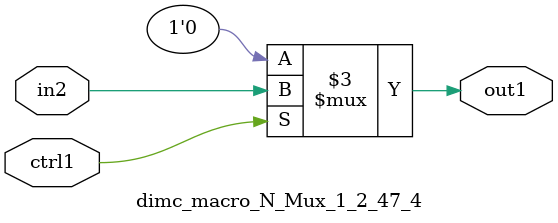
<source format=v>

`timescale 1ps / 1ps


module dimc_macro_N_Mux_1_2_47_4( in2, ctrl1, out1 );

    input in2;
    input ctrl1;
    output out1;
    reg out1;

    
    // rtl_process:dimc_macro_N_Mux_1_2_47_4/dimc_macro_N_Mux_1_2_47_4_thread_1
    always @*
      begin : dimc_macro_N_Mux_1_2_47_4_thread_1
        case (ctrl1) 
          1'b1: 
            begin
              out1 = in2;
            end
          default: 
            begin
              out1 = 1'b0;
            end
        endcase
      end

endmodule





</source>
